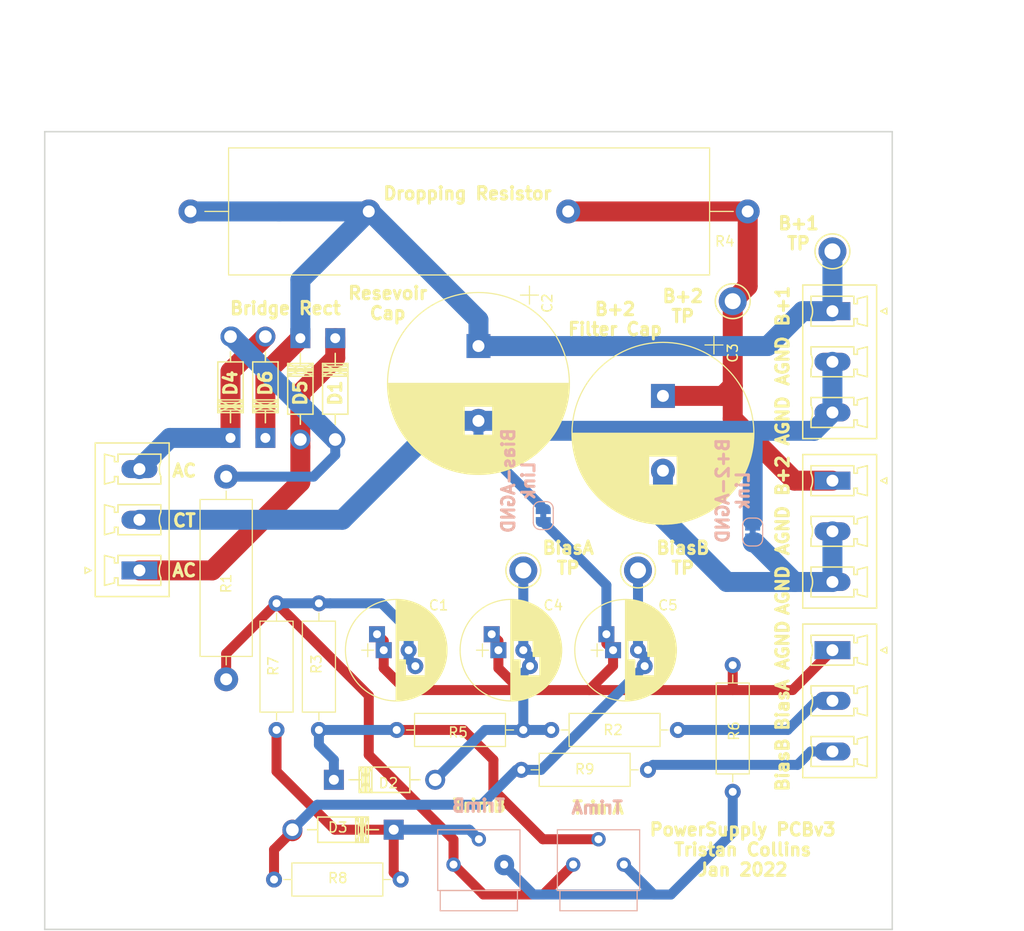
<source format=kicad_pcb>
(kicad_pcb (version 20211014) (generator pcbnew)
  (layers (0 "F.Cu" signal) (31 "B.Cu" signal) (34 "B.Paste" user) (35 "F.Paste" user) (36 "B.SilkS" user "B.Silkscreen") (37 "F.SilkS" user "F.Silkscreen") (38 "B.Mask" user) (39 "F.Mask" user) (44 "Edge.Cuts" user))
  (net 0 "")
  (net 1 "Net-(C1-Pad2)")
  (net 2 "BiasA")
  (net 3 "BiasB")
  (net 4 "Net-(D1-Pad2)")
  (net 5 "Net-(D2-Pad1)")
  (net 6 "Net-(D3-Pad1)")
  (net 7 "Net-(R6-Pad2)")
  (net 8 "Net-(D1-Pad1)")
  (net 9 "/B+1")
  (net 10 "/B+2")
  (net 11 "Net-(C3-Pad2)")
  (net 12 "Net-(C1-Pad1)")
  (net 13 "Net-(C2-Pad2)")
  (net 14 "Net-(D4-Pad1)")
  (net 15 "Net-(C4-Pad2)")
  (net 16 "Net-(C5-Pad2)")
  (footprint "Connectors_Phoenix:PhoenixContact_MCV-G_03x5.08mm_Vertical" (layer "F.Cu") (at 129 53 -90)
    (fp_text reference "J2" hide)
    (fp_text value "Screw_Terminal_1x03")
    (pad "1" thru_hole rect locked (at 0 0 270) (size 1.8 3.6) (drill 1.2) (layers *.Cu *.Mask) (net 9 "/B+1"))
    (pad "2" thru_hole oval locked (at 5.08 0 270) (size 1.8 3.6) (drill 1.2) (layers *.Cu *.Mask) (net 13 "Net-(C2-Pad2)"))
    (pad "3" thru_hole oval locked (at 10.16 0 270) (size 1.8 3.6) (drill 1.2) (layers *.Cu *.Mask) (net 13 "Net-(C2-Pad2)"))
  )
  (footprint "Connectors_Phoenix:PhoenixContact_MCV-G_03x5.08mm_Vertical" (layer "F.Cu") (at 129 70 -90)
    (fp_text reference "J5" hide)
    (fp_text value "Screw_Terminal_1x03")
    (pad "1" thru_hole rect locked (at 0 0 270) (size 1.8 3.6) (drill 1.2) (layers *.Cu *.Mask) (net 10 "/B+2"))
    (pad "2" thru_hole oval locked (at 5.08 0 270) (size 1.8 3.6) (drill 1.2) (layers *.Cu *.Mask) (net 11 "Net-(C3-Pad2)"))
    (pad "3" thru_hole oval locked (at 10.16 0 270) (size 1.8 3.6) (drill 1.2) (layers *.Cu *.Mask) (net 11 "Net-(C3-Pad2)"))
  )
  (footprint "Connectors_Phoenix:PhoenixContact_MCV-G_03x5.08mm_Vertical" (layer "F.Cu") (at 129 87 -90)
    (fp_text reference "J3" hide)
    (fp_text value "Screw_Terminal_1x03")
    (pad "1" thru_hole rect locked (at 0 0 270) (size 1.8 3.6) (drill 1.2) (layers *.Cu *.Mask) (net 12 "Net-(C1-Pad1)"))
    (pad "2" thru_hole oval locked (at 5.08 0 270) (size 1.8 3.6) (drill 1.2) (layers *.Cu *.Mask) (net 2 "BiasA"))
    (pad "3" thru_hole oval locked (at 10.16 0 270) (size 1.8 3.6) (drill 1.2) (layers *.Cu *.Mask) (net 3 "BiasB"))
  )
  (footprint "Mounting_Holes:MountingHole_3.2mm_M3" (layer "F.Cu") (at 130 40)
    (fp_text reference "REF**" hide)
    (fp_text value "MountingHole_3.2mm_M3")
    (pad "" np_thru_hole circle locked (at 0 0) (size 3.2 3.2) (drill 3.2) (layers *.Cu *.Mask))
  )
  (footprint "Mounting_Holes:MountingHole_3.2mm_M3" (layer "F.Cu") (at 130 110)
    (fp_text reference "REF**" hide)
    (fp_text value "MountingHole_3.2mm_M3")
    (pad "" np_thru_hole circle locked (at 0 0) (size 3.2 3.2) (drill 3.2) (layers *.Cu *.Mask))
  )
  (footprint "Mounting_Holes:MountingHole_3.2mm_M3" (layer "F.Cu") (at 55 110)
    (fp_text reference "REF**" hide)
    (fp_text value "MountingHole_3.2mm_M3")
    (pad "" np_thru_hole circle locked (at 0 0) (size 3.2 3.2) (drill 3.2) (layers *.Cu *.Mask))
  )
  (footprint "Diodes_THT:Diode_DO-41_SOD81_Horizontal_RM10" (layer "F.Cu") (at 79.13552 55.71248 -90)
    (fp_text reference "D1" hide)
    (fp_text value "D")
    (pad "1" thru_hole rect locked (at 0 -0.00254 90) (size 1.99898 1.99898) (drill 1.00076) (layers *.Cu *.Mask) (net 8 "Net-(D1-Pad1)"))
    (pad "2" thru_hole circle locked (at 10.16 -0.00254 90) (size 1.99898 1.99898) (drill 1.27) (layers *.Cu *.Mask) (net 4 "Net-(D1-Pad2)"))
  )
  (footprint "Diodes_THT:Diode_DO-41_SOD81_Horizontal_RM10" (layer "F.Cu") (at 68.63552 65.71248 90)
    (fp_text reference "D4" hide)
    (fp_text value "D")
    (pad "1" thru_hole rect locked (at 0 -0.00254 270) (size 1.99898 1.99898) (drill 1.00076) (layers *.Cu *.Mask) (net 14 "Net-(D4-Pad1)"))
    (pad "2" thru_hole circle locked (at 10.16 -0.00254 270) (size 1.99898 1.99898) (drill 1.27) (layers *.Cu *.Mask) (net 4 "Net-(D1-Pad2)"))
  )
  (footprint "Diodes_THT:Diode_DO-41_SOD81_Horizontal_RM10" (layer "F.Cu") (at 75.63552 55.71248 -90)
    (fp_text reference "D5" hide)
    (fp_text value "D")
    (pad "1" thru_hole rect locked (at 0 -0.00254 90) (size 1.99898 1.99898) (drill 1.00076) (layers *.Cu *.Mask) (net 9 "/B+1"))
    (pad "2" thru_hole circle locked (at 10.16 -0.00254 90) (size 1.99898 1.99898) (drill 1.27) (layers *.Cu *.Mask) (net 8 "Net-(D1-Pad1)"))
  )
  (footprint "Diodes_THT:Diode_DO-41_SOD81_Horizontal_RM10" (layer "F.Cu") (at 72.13552 65.71248 90)
    (fp_text reference "D6" hide)
    (fp_text value "D")
    (pad "1" thru_hole rect locked (at 0 -0.00254 270) (size 1.99898 1.99898) (drill 1.00076) (layers *.Cu *.Mask) (net 9 "/B+1"))
    (pad "2" thru_hole circle locked (at 10.16 -0.00254 270) (size 1.99898 1.99898) (drill 1.27) (layers *.Cu *.Mask) (net 14 "Net-(D4-Pad1)"))
  )
  (footprint "Measurement_Points:Test_Point_Keystone_5005-5009_Compact" (layer "F.Cu") (at 129 47)
    (fp_text reference "TP1" hide)
    (fp_text value "TP")
    (pad "1" thru_hole circle locked (at 0 0) (size 2.8 2.8) (drill 1.6) (layers *.Cu *.Mask) (net 9 "/B+1"))
  )
  (footprint "Measurement_Points:Test_Point_Keystone_5005-5009_Compact" (layer "F.Cu") (at 119 52)
    (fp_text reference "TP2" hide)
    (fp_text value "TP")
    (pad "1" thru_hole circle locked (at 0 0) (size 2.8 2.8) (drill 1.6) (layers *.Cu *.Mask) (net 10 "/B+2"))
  )
  (footprint "Capacitor_THT:CP_Radial_D18.0mm_P7.50mm" (layer "F.Cu") (at 93.5 56.5 -90)
    (fp_text reference "C2" (at -4.3 -6.9 90) (layer "F.SilkS"))
    (fp_text value "CP")
    (pad "1" thru_hole rect locked (at 0 0 270) (size 2.4 2.4) (drill 1.2) (layers *.Cu *.Mask) (net 9 "/B+1"))
    (pad "2" thru_hole circle locked (at 7.5 0 270) (size 2.4 2.4) (drill 1.2) (layers *.Cu *.Mask) (net 13 "Net-(C2-Pad2)"))
  )
  (footprint "Capacitor_THT:CP_Radial_D18.0mm_P7.50mm" (layer "F.Cu") (at 112 61.5 -90)
    (fp_text reference "C3" (at -4.3 -7 90) (layer "F.SilkS"))
    (fp_text value "CP")
    (pad "1" thru_hole rect locked (at 0 0 270) (size 2.4 2.4) (drill 1.2) (layers *.Cu *.Mask) (net 10 "/B+2"))
    (pad "2" thru_hole circle locked (at 7.5 0 270) (size 2.4 2.4) (drill 1.2) (layers *.Cu *.Mask) (net 11 "Net-(C3-Pad2)"))
  )
  (footprint "Resistor_THT:R_Axial_Power_L48.0mm_W12.5mm_P55.88mm" (layer "F.Cu") (at 120.5 43 180)
    (fp_text reference "R4" (at 2.3 -3 180) (layer "F.SilkS"))
    (fp_text value "R")
    (pad "1" thru_hole circle locked (at 18 0 180) (size 2.4 2.4) (drill 1.2) (layers *.Cu *.Mask) (net 10 "/B+2"))
    (pad "1" thru_hole circle locked (at 0 0 180) (size 2.4 2.4) (drill 1.2) (layers *.Cu *.Mask) (net 10 "/B+2"))
    (pad "2" thru_hole oval locked (at 55.88 0 180) (size 2.4 2.4) (drill 1.2) (layers *.Cu *.Mask) (net 9 "/B+1"))
    (pad "2" thru_hole oval locked (at 38 0 180) (size 2.4 2.4) (drill 1.2) (layers *.Cu *.Mask) (net 9 "/B+1"))
  )
  (footprint "Connectors_Phoenix:PhoenixContact_MCV-G_03x5.08mm_Vertical" (layer "F.Cu") (at 59.5 79 90)
    (fp_text reference "J1" hide)
    (fp_text value "Screw_Terminal_1x03")
    (pad "1" thru_hole rect locked (at 0 0 90) (size 1.8 3.6) (drill 1.2) (layers *.Cu *.Mask) (net 8 "Net-(D1-Pad1)"))
    (pad "2" thru_hole oval locked (at 5.08 0 90) (size 1.8 3.6) (drill 1.2) (layers *.Cu *.Mask) (net 13 "Net-(C2-Pad2)"))
    (pad "3" thru_hole oval locked (at 10.16 0 90) (size 1.8 3.6) (drill 1.2) (layers *.Cu *.Mask) (net 14 "Net-(D4-Pad1)"))
  )
  (footprint "Capacitors_THT:CP_Radial_D10.0mm_P2.50mm_P5.00mm" (layer "F.Cu") (at 107 87)
    (fp_text reference "C5" (at 5.5 -4.5) (layer "F.SilkS"))
    (fp_text value "CP")
    (pad "1" thru_hole rect locked (at -0.670937 -1.6) (size 1.6 1.6) (drill 0.8) (layers *.Cu *.Mask) (net 12 "Net-(C1-Pad1)"))
    (pad "1" thru_hole rect locked (at 0 0) (size 1.6 1.6) (drill 0.8) (layers *.Cu *.Mask) (net 12 "Net-(C1-Pad1)"))
    (pad "2" thru_hole circle locked (at 2.5 0) (size 1.6 1.6) (drill 0.8) (layers *.Cu *.Mask) (net 16 "Net-(C5-Pad2)"))
    (pad "2" thru_hole circle locked (at 3.170937 1.6) (size 1.6 1.6) (drill 0.8) (layers *.Cu *.Mask) (net 16 "Net-(C5-Pad2)"))
  )
  (footprint "Capacitors_THT:CP_Radial_D10.0mm_P2.50mm_P5.00mm" (layer "F.Cu") (at 95.5 87)
    (fp_text reference "C4" (at 5.5 -4.5) (layer "F.SilkS"))
    (fp_text value "CP")
    (pad "1" thru_hole rect locked (at 0 0) (size 1.6 1.6) (drill 0.8) (layers *.Cu *.Mask) (net 12 "Net-(C1-Pad1)"))
    (pad "1" thru_hole rect locked (at -0.670937 -1.6) (size 1.6 1.6) (drill 0.8) (layers *.Cu *.Mask) (net 12 "Net-(C1-Pad1)"))
    (pad "2" thru_hole circle locked (at 3.170937 1.6) (size 1.6 1.6) (drill 0.8) (layers *.Cu *.Mask) (net 15 "Net-(C4-Pad2)"))
    (pad "2" thru_hole circle locked (at 2.5 0) (size 1.6 1.6) (drill 0.8) (layers *.Cu *.Mask) (net 15 "Net-(C4-Pad2)"))
  )
  (footprint "Capacitors_THT:CP_Radial_D10.0mm_P2.50mm_P5.00mm" (layer "F.Cu") (at 84 87)
    (fp_text reference "C1" (at 5.5 -4.5) (layer "F.SilkS"))
    (fp_text value "CP")
    (pad "1" thru_hole rect locked (at -0.670937 -1.6) (size 1.6 1.6) (drill 0.8) (layers *.Cu *.Mask) (net 12 "Net-(C1-Pad1)"))
    (pad "1" thru_hole rect locked (at 0 0) (size 1.6 1.6) (drill 0.8) (layers *.Cu *.Mask) (net 12 "Net-(C1-Pad1)"))
    (pad "2" thru_hole circle locked (at 3.170937 1.6) (size 1.6 1.6) (drill 0.8) (layers *.Cu *.Mask) (net 1 "Net-(C1-Pad2)"))
    (pad "2" thru_hole circle locked (at 2.5 0) (size 1.6 1.6) (drill 0.8) (layers *.Cu *.Mask) (net 1 "Net-(C1-Pad2)"))
  )
  (footprint "Resistor_THT:R_Axial_DIN0516_L15.5mm_D5.0mm_P20.32mm_Horizontal" (layer "F.Cu") (at 68.2 89.916 90)
    (fp_text reference "R1" (at 9.6 0 90) (layer "F.SilkS"))
    (fp_text value "R")
    (pad "1" thru_hole circle locked (at 0 0 90) (size 2.4 2.4) (drill 1.2) (layers *.Cu *.Mask) (net 1 "Net-(C1-Pad2)"))
    (pad "2" thru_hole oval locked (at 20.32 0 90) (size 2.4 2.4) (drill 1.2) (layers *.Cu *.Mask) (net 4 "Net-(D1-Pad2)"))
  )
  (footprint "Resistors_THT:R_Axial_DIN0309_L9.0mm_D3.2mm_P12.70mm_Horizontal" (layer "F.Cu") (at 98 95 180)
    (fp_text reference "R5" (at 6.545 -0.25 180) (layer "F.SilkS"))
    (fp_text value "R")
    (pad "1" thru_hole circle locked (at 0 0 180) (size 1.6 1.6) (drill 0.8) (layers *.Cu *.Mask) (net 15 "Net-(C4-Pad2)"))
    (pad "2" thru_hole oval locked (at 12.7 0 180) (size 1.6 1.6) (drill 0.8) (layers *.Cu *.Mask) (net 5 "Net-(D2-Pad1)"))
  )
  (footprint "Diodes_THT:Diode_DO-41_SOD81_Horizontal_RM10" (layer "F.Cu") (at 85 105 180)
    (fp_text reference "D3" (at 5.61 0.225 180) (layer "F.SilkS"))
    (fp_text value "D")
    (pad "1" thru_hole rect locked (at 0 -0.00254) (size 1.99898 1.99898) (drill 1.00076) (layers *.Cu *.Mask) (net 6 "Net-(D3-Pad1)"))
    (pad "2" thru_hole circle locked (at 10.16 -0.00254) (size 1.99898 1.99898) (drill 1.27) (layers *.Cu *.Mask) (net 16 "Net-(C5-Pad2)"))
  )
  (footprint "Diodes_THT:Diode_DO-41_SOD81_Horizontal_RM10" (layer "F.Cu") (at 79 100)
    (fp_text reference "D2" (at 5.47 0.33) (layer "F.SilkS"))
    (fp_text value "D")
    (pad "1" thru_hole rect locked (at 0 -0.00254 180) (size 1.99898 1.99898) (drill 1.00076) (layers *.Cu *.Mask) (net 5 "Net-(D2-Pad1)"))
    (pad "2" thru_hole circle locked (at 10.16 -0.00254 180) (size 1.99898 1.99898) (drill 1.27) (layers *.Cu *.Mask) (net 15 "Net-(C4-Pad2)"))
  )
  (footprint "Resistors_THT:R_Axial_DIN0309_L9.0mm_D3.2mm_P12.70mm_Horizontal" (layer "F.Cu") (at 77.5 95 90)
    (fp_text reference "R3" (at 6.595 -0.25 270) (layer "F.SilkS"))
    (fp_text value "R")
    (pad "1" thru_hole circle locked (at 0 0 90) (size 1.6 1.6) (drill 0.8) (layers *.Cu *.Mask) (net 5 "Net-(D2-Pad1)"))
    (pad "2" thru_hole oval locked (at 12.7 0 90) (size 1.6 1.6) (drill 0.8) (layers *.Cu *.Mask) (net 1 "Net-(C1-Pad2)"))
  )
  (footprint "Resistors_THT:R_Axial_DIN0309_L9.0mm_D3.2mm_P12.70mm_Horizontal" (layer "F.Cu") (at 110.5 99 180)
    (fp_text reference "R9" (at 6.345 0.075 180) (layer "F.SilkS"))
    (fp_text value "R")
    (pad "1" thru_hole circle locked (at 0 0 180) (size 1.6 1.6) (drill 0.8) (layers *.Cu *.Mask) (net 3 "BiasB"))
    (pad "2" thru_hole oval locked (at 12.7 0 180) (size 1.6 1.6) (drill 0.8) (layers *.Cu *.Mask) (net 16 "Net-(C5-Pad2)"))
  )
  (footprint "Resistors_THT:R_Axial_DIN0309_L9.0mm_D3.2mm_P12.70mm_Horizontal" (layer "F.Cu") (at 113.5 95 180)
    (fp_text reference "R2" (at 6.5 0 180) (layer "F.SilkS"))
    (fp_text value "R")
    (pad "1" thru_hole circle locked (at 0 0 180) (size 1.6 1.6) (drill 0.8) (layers *.Cu *.Mask) (net 2 "BiasA"))
    (pad "2" thru_hole oval locked (at 12.7 0 180) (size 1.6 1.6) (drill 0.8) (layers *.Cu *.Mask) (net 15 "Net-(C4-Pad2)"))
  )
  (footprint "Measurement_Points:Test_Point_Keystone_5005-5009_Compact" (layer "F.Cu") (at 109.5 79)
    (fp_text reference "TP4" hide)
    (fp_text value "TP")
    (pad "1" thru_hole circle locked (at 0 0) (size 2.8 2.8) (drill 1.6) (layers *.Cu *.Mask) (net 16 "Net-(C5-Pad2)"))
  )
  (footprint "Measurement_Points:Test_Point_Keystone_5005-5009_Compact" (layer "F.Cu") (at 98 79)
    (fp_text reference "TP3" hide)
    (fp_text value "TP")
    (pad "1" thru_hole circle locked (at 0 0) (size 2.8 2.8) (drill 1.6) (layers *.Cu *.Mask) (net 15 "Net-(C4-Pad2)"))
  )
  (footprint "Resistors_THT:R_Axial_DIN0309_L9.0mm_D3.2mm_P12.70mm_Horizontal" (layer "F.Cu") (at 73 110)
    (fp_text reference "R8" (at 6.39 -0.145) (layer "F.SilkS"))
    (fp_text value "R")
    (pad "1" thru_hole circle locked (at 0 0) (size 1.6 1.6) (drill 0.8) (layers *.Cu *.Mask) (net 16 "Net-(C5-Pad2)"))
    (pad "2" thru_hole oval locked (at 12.7 0) (size 1.6 1.6) (drill 0.8) (layers *.Cu *.Mask) (net 6 "Net-(D3-Pad1)"))
  )
  (footprint "Resistors_THT:R_Axial_DIN0309_L9.0mm_D3.2mm_P12.70mm_Horizontal" (layer "F.Cu") (at 73.25 95 90)
    (fp_text reference "R7" (at 6.405 -0.33 270) (layer "F.SilkS"))
    (fp_text value "R")
    (pad "1" thru_hole circle locked (at 0 0 90) (size 1.6 1.6) (drill 0.8) (layers *.Cu *.Mask) (net 6 "Net-(D3-Pad1)"))
    (pad "2" thru_hole oval locked (at 12.7 0 90) (size 1.6 1.6) (drill 0.8) (layers *.Cu *.Mask) (net 1 "Net-(C1-Pad2)"))
  )
  (footprint "Resistors_THT:R_Axial_DIN0309_L9.0mm_D3.2mm_P12.70mm_Horizontal" (layer "F.Cu") (at 119 88.5 -90)
    (fp_text reference "R6" (at 6.605 -0.125 -90) (layer "F.SilkS"))
    (fp_text value "R")
    (pad "1" thru_hole circle locked (at 0 0 270) (size 1.6 1.6) (drill 0.8) (layers *.Cu *.Mask) (net 12 "Net-(C1-Pad1)"))
    (pad "2" thru_hole oval locked (at 12.7 0 270) (size 1.6 1.6) (drill 0.8) (layers *.Cu *.Mask) (net 7 "Net-(R6-Pad2)"))
  )
  (footprint "Mounting_Holes:MountingHole_3.2mm_M3" (layer "F.Cu") (at 55 40)
    (fp_text reference "REF**" hide)
    (fp_text value "MountingHole_3.2mm_M3")
    (pad "" np_thru_hole circle locked (at 0 0) (size 3.2 3.2) (drill 3.2) (layers *.Cu *.Mask))
  )
  (footprint "Jumper:SolderJumper-2_P1.3mm_Bridged_RoundedPad1.0x1.5mm" (layer "B.Cu") (at 121 75.15 -90)
    (fp_text reference "JP1" hide)
    (fp_text value "Jumper_2_Bridged")
    (fp_poly (pts (xy 0.25 0.3) (xy -0.25 0.3) (xy -0.25 -0.3) (xy 0.25 -0.3)) (layer "B.Cu") (width 0) (fill solid))
    (pad "1" smd custom locked (at -0.65 0 270) (size 1 0.5) (layers "B.Cu" "B.Mask") (net 13 "Net-(C2-Pad2)") (options (clearance outline) (anchor rect)) (primitives (gr_circle (center 0 -0.25) (end 0.5 -0.25) (width 0) (fill yes)) (gr_circle (center 0 0.25) (end 0.5 0.25) (width 0) (fill yes)) (gr_poly (pts (xy 0.5 0.75) (xy 0 0.75) (xy 0 -0.75) (xy 0.5 -0.75)) (width 0) (fill yes))))
    (pad "2" smd custom locked (at 0.65 0 270) (size 1 0.5) (layers "B.Cu" "B.Mask") (net 11 "Net-(C3-Pad2)") (options (clearance outline) (anchor rect)) (primitives (gr_circle (center 0 -0.25) (end 0.5 -0.25) (width 0) (fill yes)) (gr_circle (center 0 0.25) (end 0.5 0.25) (width 0) (fill yes)) (gr_poly (pts (xy 0 0.75) (xy -0.5 0.75) (xy -0.5 -0.75) (xy 0 -0.75)) (width 0) (fill yes))))
  )
  (footprint "Jumper:SolderJumper-2_P1.3mm_Bridged_RoundedPad1.0x1.5mm" (layer "B.Cu") (at 100 73.5 -90)
    (fp_text reference "JP2" hide)
    (fp_text value "Jumper_2_Bridged")
    (fp_poly (pts (xy 0.25 0.3) (xy -0.25 0.3) (xy -0.25 -0.3) (xy 0.25 -0.3)) (layer "B.Cu") (width 0) (fill solid))
    (pad "1" smd custom locked (at -0.65 0 270) (size 1 0.5) (layers "B.Cu" "B.Mask") (net 13 "Net-(C2-Pad2)") (options (clearance outline) (anchor rect)) (primitives (gr_circle (center 0 -0.25) (end 0.5 -0.25) (width 0) (fill yes)) (gr_circle (center 0 0.25) (end 0.5 0.25) (width 0) (fill yes)) (gr_poly (pts (xy 0.5 0.75) (xy 0 0.75) (xy 0 -0.75) (xy 0.5 -0.75)) (width 0) (fill yes))))
    (pad "2" smd custom locked (at 0.65 0 270) (size 1 0.5) (layers "B.Cu" "B.Mask") (net 12 "Net-(C1-Pad1)") (options (clearance outline) (anchor rect)) (primitives (gr_circle (center 0 -0.25) (end 0.5 -0.25) (width 0) (fill yes)) (gr_circle (center 0 0.25) (end 0.5 0.25) (width 0) (fill yes)) (gr_poly (pts (xy 0 0.75) (xy -0.5 0.75) (xy -0.5 -0.75) (xy 0 -0.75)) (width 0) (fill yes))))
  )
  (footprint "Potentiometers:Potentiometer_Trimmer_Bourns_3339S_Vertical" (layer "B.Cu") (at 91 108.5 -90)
    (fp_text reference "RV2" hide)
    (fp_text value "POT_TRIM")
    (pad "1" thru_hole circle locked (at 0 0 270) (size 1.44 1.44) (drill 0.8) (layers *.Cu *.Mask) (net 1 "Net-(C1-Pad2)"))
    (pad "2" thru_hole circle locked (at -2.54 -2.54 270) (size 1.44 1.44) (drill 0.8) (layers *.Cu *.Mask) (net 6 "Net-(D3-Pad1)"))
    (pad "3" thru_hole circle locked (at 0 -5.08 270) (size 1.44 1.44) (drill 0.8) (layers *.Cu *.Mask) (net 7 "Net-(R6-Pad2)"))
  )
  (footprint "Potentiometers:Potentiometer_Trimmer_Bourns_3339S_Vertical" (layer "B.Cu") (at 103 108.5 -90)
    (fp_text reference "RV1" hide)
    (fp_text value "POT_TRIM")
    (pad "1" thru_hole circle locked (at 0 0 270) (size 1.44 1.44) (drill 0.8) (layers *.Cu *.Mask) (net 1 "Net-(C1-Pad2)"))
    (pad "2" thru_hole circle locked (at -2.54 -2.54 270) (size 1.44 1.44) (drill 0.8) (layers *.Cu *.Mask) (net 5 "Net-(D2-Pad1)"))
    (pad "3" thru_hole circle locked (at 0 -5.08 270) (size 1.44 1.44) (drill 0.8) (layers *.Cu *.Mask) (net 7 "Net-(R6-Pad2)"))
  )
  (gr_line (start 50 115) (end 135 115) (layer "Edge.Cuts") (width 0.15))
  (gr_line (start 135 35) (end 135 115) (layer "Edge.Cuts") (width 0.15))
  (gr_line (start 50 35) (end 135 35) (layer "Edge.Cuts") (width 0.15))
  (gr_line (start 50 115) (end 50 35) (layer "Edge.Cuts") (width 0.15))
  (gr_text "Bias-AGND\nLink" (at 97.5 70 90) (layer "B.SilkS") (effects (font (size 1.25 1.25) (thickness 0.3)) (justify mirror)))
  (gr_text "B+2-AGND\nLink" (at 119 71 90) (layer "B.SilkS") (effects (font (size 1.25 1.25) (thickness 0.3)) (justify mirror)))
  (gr_text "TrimB" (at 93.5 102.6) (layer "B.SilkS") (effects (font (size 1.25 1.25) (thickness 0.3)) (justify mirror)))
  (gr_text "TrimA" (at 105.4 102.8) (layer "B.SilkS") (effects (font (size 1.25 1.25) (thickness 0.3)) (justify mirror)))
  (gr_text "AGND" (at 124 75 90) (layer "F.SilkS") (effects (font (size 1.25 1.25) (thickness 0.3))))
  (gr_text "CT" (at 64 74) (layer "F.SilkS") (effects (font (size 1.25 1.25) (thickness 0.3))))
  (gr_text "AC" (at 64 79) (layer "F.SilkS") (effects (font (size 1.25 1.25) (thickness 0.3))))
  (gr_text "TrimB" (at 93.6 102.6) (layer "F.SilkS") (effects (font (size 1.25 1.25) (thickness 0.3))))
  (gr_text "TrimA" (at 105.5 102.8) (layer "F.SilkS") (effects (font (size 1.25 1.25) (thickness 0.3))))
  (gr_text "BiasB\nTP" (at 114 77.75) (layer "F.SilkS") (effects (font (size 1.25 1.25) (thickness 0.3))))
  (gr_text "BiasA\nTP" (at 102.5 77.75) (layer "F.SilkS") (effects (font (size 1.25 1.25) (thickness 0.3))))
  (gr_text "PowerSupply PCBv3\nTristan Collins\nJan 2022" (at 120 107) (layer "F.SilkS") (effects (font (size 1.25 1.25) (thickness 0.3))))
  (gr_text "B+2\nFilter Cap" (at 107.2 53.8) (layer "F.SilkS") (effects (font (size 1.25 1.25) (thickness 0.3))))
  (gr_text "Resevoir\nCap" (at 84.4 52.2) (layer "F.SilkS") (effects (font (size 1.25 1.25) (thickness 0.3))))
  (gr_text "B+1\nTP" (at 125.6 45.2) (layer "F.SilkS") (effects (font (size 1.25 1.25) (thickness 0.3))))
  (gr_text "AGND" (at 124 86.5 90) (layer "F.SilkS") (effects (font (size 1.25 1.25) (thickness 0.3))))
  (gr_text "D1" (at 79.13552 61.21248 90) (layer "F.SilkS") (effects (font (size 1.25 1.25) (thickness 0.3))))
  (gr_text "D6" (at 72.13552 60.21248 90) (layer "F.SilkS") (effects (font (size 1.25 1.25) (thickness 0.3))))
  (gr_text "AGND" (at 124 58 90) (layer "F.SilkS") (effects (font (size 1.25 1.25) (thickness 0.3))))
  (gr_text "D4" (at 68.63552 60.21248 90) (layer "F.SilkS") (effects (font (size 1.25 1.25) (thickness 0.3))))
  (gr_text "B+1" (at 124 52.5 90) (layer "F.SilkS") (effects (font (size 1.25 1.25) (thickness 0.3))))
  (gr_text "BiasB" (at 124 98.5 90) (layer "F.SilkS") (effects (font (size 1.25 1.25) (thickness 0.3))))
  (gr_text "AGND" (at 124 81 90) (layer "F.SilkS") (effects (font (size 1.25 1.25) (thickness 0.3))))
  (gr_text "B+2\nTP" (at 114 52.5) (layer "F.SilkS") (effects (font (size 1.25 1.25) (thickness 0.3))))
  (gr_text "AC" (at 64 69) (layer "F.SilkS") (effects (font (size 1.25 1.25) (thickness 0.3))))
  (gr_text "Bridge Rect" (at 74.13552 52.71248) (layer "F.SilkS") (effects (font (size 1.25 1.25) (thickness 0.3))))
  (gr_text "AGND" (at 124 64 90) (layer "F.SilkS") (effects (font (size 1.25 1.25) (thickness 0.3))))
  (gr_text "BiasA" (at 124 92.5 90) (layer "F.SilkS") (effects (font (size 1.25 1.25) (thickness 0.3))))
  (gr_text "Dropping Resistor" (at 92.4 41.2) (layer "F.SilkS") (effects (font (size 1.25 1.25) (thickness 0.3))))
  (gr_text "B+2" (at 124 69.5 90) (layer "F.SilkS") (effects (font (size 1.25 1.25) (thickness 0.3))))
  (gr_text "D5" (at 75.63552 61.21248 90) (layer "F.SilkS") (effects (font (size 1.25 1.25) (thickness 0.3))))
  (segment (start 100 111.5) (end 103 108.5) (width 1) (layer "F.Cu") (net 1))
  (segment (start 91 108.5) (end 94 111.5) (width 1) (layer "F.Cu") (net 1))
  (segment (start 94 111.5) (end 100 111.5) (width 1) (layer "F.Cu") (net 1))
  (segment (start 82.5 97.5) (end 91 106) (width 1) (layer "F.Cu") (net 1))
  (segment (start 73.25 82.3) (end 82.5 91.55) (width 1) (layer "F.Cu") (net 1))
  (segment (start 68.2 89.916) (end 68.2 87.35) (width 1) (layer "F.Cu") (net 1))
  (segment (start 68.2 87.35) (end 73.25 82.3) (width 1) (layer "F.Cu") (net 1))
  (segment (start 82.5 91.55) (end 82.5 97.5) (width 1) (layer "F.Cu") (net 1))
  (segment (start 91 106) (end 91 108.5) (width 1) (layer "F.Cu") (net 1))
  (segment (start 86.5 87.929063) (end 87.170937 88.6) (width 1) (layer "B.Cu") (net 1))
  (segment (start 86.5 87) (end 86.5 87.929063) (width 1) (layer "B.Cu") (net 1))
  (segment (start 86.5 87) (end 86.5 85) (width 1) (layer "B.Cu") (net 1))
  (segment (start 77.5 82.3) (end 73.25 82.3) (width 1) (layer "B.Cu") (net 1))
  (segment (start 86.5 85) (end 83.8 82.3) (width 1) (layer "B.Cu") (net 1))
  (segment (start 78.63137 82.3) (end 77.5 82.3) (width 1) (layer "B.Cu") (net 1))
  (segment (start 83.8 82.3) (end 78.63137 82.3) (width 1) (layer "B.Cu") (net 1))
  (segment (start 113.5 95) (end 124.5 95) (width 1) (layer "B.Cu") (net 2))
  (segment (start 124.5 95) (end 127.42 92.08) (width 1) (layer "B.Cu") (net 2))
  (segment (start 127.42 92.08) (end 129 92.08) (width 1) (layer "B.Cu") (net 2))
  (segment (start 126.84 97.16) (end 129 97.16) (width 1) (layer "B.Cu") (net 3))
  (segment (start 110.5 99) (end 111 98.5) (width 1) (layer "B.Cu") (net 3))
  (segment (start 125.5 98.5) (end 126.84 97.16) (width 1) (layer "B.Cu") (net 3))
  (segment (start 111 98.5) (end 125.5 98.5) (width 1) (layer "B.Cu") (net 3))
  (segment (start 79.12152 65.87248) (end 79.13806 65.87248) (width 2) (layer "B.Cu") (net 4))
  (segment (start 68.63298 55.55248) (end 68.76048 55.55248) (width 2) (layer "B.Cu") (net 4))
  (segment (start 75.46152 62.21248) (end 79.12152 65.87248) (width 2) (layer "B.Cu") (net 4))
  (segment (start 79.13806 65.87248) (end 79.13806 67.41994) (width 1) (layer "B.Cu") (net 4))
  (segment (start 75.42048 62.21248) (end 75.46152 62.21248) (width 2) (layer "B.Cu") (net 4))
  (segment (start 68.76048 55.55248) (end 75.42048 62.21248) (width 2) (layer "B.Cu") (net 4))
  (segment (start 79.13806 67.41994) (end 76.962 69.596) (width 1) (layer "B.Cu") (net 4))
  (segment (start 79.13806 65.87248) (end 79.41552 65.87248) (width 1) (layer "B.Cu") (net 4))
  (segment (start 76.962 69.596) (end 68.2 69.596) (width 1) (layer "B.Cu") (net 4))
  (segment (start 92 95) (end 95 98) (width 1) (layer "F.Cu") (net 5))
  (segment (start 95 98) (end 95 101) (width 1) (layer "F.Cu") (net 5))
  (segment (start 95 101) (end 99.96 105.96) (width 1) (layer "F.Cu") (net 5))
  (segment (start 99.96 105.96) (end 105.54 105.96) (width 1) (layer "F.Cu") (net 5))
  (segment (start 85.3 95) (end 92 95) (width 1) (layer "F.Cu") (net 5))
  (segment (start 82 95) (end 85.3 95) (width 1) (layer "B.Cu") (net 5))
  (segment (start 79 98) (end 77.5 96.5) (width 1) (layer "B.Cu") (net 5))
  (segment (start 79 99.99746) (end 79 98) (width 1) (layer "B.Cu") (net 5))
  (segment (start 77.5 96.5) (end 77.5 95) (width 1) (layer "B.Cu") (net 5))
  (segment (start 77.5 95) (end 82 95) (width 1) (layer "B.Cu") (net 5))
  (segment (start 85 109.3) (end 85.7 110) (width 1) (layer "F.Cu") (net 6))
  (segment (start 85 105.00254) (end 85 109.3) (width 1) (layer "F.Cu") (net 6))
  (segment (start 73.25 99.158) (end 79.09454 105.00254) (width 1) (layer "F.Cu") (net 6))
  (segment (start 73.25 95) (end 73.25 99.158) (width 1) (layer "F.Cu") (net 6))
  (segment (start 79.09454 105.00254) (end 85 105.00254) (width 1) (layer "F.Cu") (net 6))
  (segment (start 92.58254 105.00254) (end 93.54 105.96) (width 1) (layer "B.Cu") (net 6))
  (segment (start 85 105.00254) (end 92.58254 105.00254) (width 1) (layer "B.Cu") (net 6))
  (segment (start 96.08 108.5) (end 96.08 108.58) (width 2) (layer "B.Cu") (net 7))
  (segment (start 111.086 111.506) (end 108.08 108.5) (width 1) (layer "B.Cu") (net 7))
  (segment (start 112.794 111.506) (end 111.086 111.506) (width 1) (layer "B.Cu") (net 7))
  (segment (start 119 101.2) (end 119 105.3) (width 1) (layer "B.Cu") (net 7))
  (segment (start 99 111.5) (end 96.08 108.58) (width 1) (layer "B.Cu") (net 7))
  (segment (start 119 105.3) (end 112.794 111.506) (width 1) (layer "B.Cu") (net 7))
  (segment (start 110.998 111.5) (end 99 111.5) (width 1) (layer "B.Cu") (net 7))
  (segment (start 75.63806 61.20994) (end 79.13806 57.70994) (width 2) (layer "F.Cu") (net 8))
  (segment (start 79.13806 57.70994) (end 79.13806 55.71248) (width 2) (layer "F.Cu") (net 8))
  (segment (start 66.796 79) (end 75.63806 70.15794) (width 2) (layer "F.Cu") (net 8))
  (segment (start 75.63806 70.15794) (end 75.63806 66.605402) (width 2) (layer "F.Cu") (net 8))
  (segment (start 59.5 79) (end 66.796 79) (width 2) (layer "F.Cu") (net 8))
  (segment (start 75.63806 65.87248) (end 75.63806 61.20994) (width 2) (layer "F.Cu") (net 8))
  (segment (start 75.63806 66.605402) (end 75.63806 65.87248) (width 2) (layer "F.Cu") (net 8))
  (segment (start 72.13298 59.21756) (end 75.63806 55.71248) (width 2) (layer "F.Cu") (net 9))
  (segment (start 72.13298 65.71248) (end 72.13298 59.21756) (width 2) (layer "F.Cu") (net 9))
  (segment (start 82.5 43) (end 82.624 43) (width 2) (layer "B.Cu") (net 9))
  (segment (start 93.5 56.5) (end 122.5 56.5) (width 2) (layer "B.Cu") (net 9))
  (segment (start 75.63806 55.71248) (end 75.63806 49.86194) (width 2) (layer "B.Cu") (net 9))
  (segment (start 82.5 43) (end 73.5 43) (width 2) (layer "B.Cu") (net 9))
  (segment (start 64.62 43) (end 73.5 43) (width 2) (layer "B.Cu") (net 9))
  (segment (start 122.5 56.5) (end 126 53) (width 2) (layer "B.Cu") (net 9))
  (segment (start 82.624 43) (end 93.5 53.876) (width 2) (layer "B.Cu") (net 9))
  (segment (start 75.63806 49.86194) (end 82.5 43) (width 2) (layer "B.Cu") (net 9))
  (segment (start 93.5 53.876) (end 93.5 56.5) (width 2) (layer "B.Cu") (net 9))
  (segment (start 129 53) (end 129 47) (width 2) (layer "B.Cu") (net 9))
  (segment (start 126 53) (end 129 53) (width 2) (layer "B.Cu") (net 9))
  (segment (start 125.2 70) (end 129 70) (width 2) (layer "F.Cu") (net 10))
  (segment (start 119 63.8) (end 125.2 70) (width 2) (layer "F.Cu") (net 10))
  (segment (start 112 61.5) (end 118 61.5) (width 2) (layer "F.Cu") (net 10))
  (segment (start 119 52) (end 119 60.5) (width 2) (layer "F.Cu") (net 10))
  (segment (start 120.5 43) (end 120.5 50.5) (width 2) (layer "F.Cu") (net 10))
  (segment (start 118 61.5) (end 119 60.5) (width 2) (layer "F.Cu") (net 10))
  (segment (start 120.5 50.5) (end 119 52) (width 2) (layer "F.Cu") (net 10))
  (segment (start 119 60.5) (end 119 63.8) (width 2) (layer "F.Cu") (net 10))
  (segment (start 120.5 43) (end 102.5 43) (width 2) (layer "F.Cu") (net 10))
  (segment (start 125.2 80.16) (end 121.24001 76.20001) (width 2) (layer "B.Cu") (net 11))
  (segment (start 121.24001 76.20001) (end 121 76.20001) (width 2) (layer "B.Cu") (net 11))
  (segment (start 112 73.75) (end 118.41 80.16) (width 2) (layer "B.Cu") (net 11))
  (segment (start 118.41 80.16) (end 125.2 80.16) (width 2) (layer "B.Cu") (net 11))
  (segment (start 129 80.16) (end 125.2 80.16) (width 2) (layer "B.Cu") (net 11))
  (segment (start 112 69) (end 112 73.75) (width 2) (layer "B.Cu") (net 11))
  (segment (start 129 80.16) (end 129 75.08) (width 2) (layer "B.Cu") (net 11))
  (segment (start 125 91) (end 129 87) (width 1) (layer "F.Cu") (net 12))
  (segment (start 106.329063 85.4) (end 106.329063 86.329063) (width 1) (layer "F.Cu") (net 12))
  (segment (start 84 87) (end 84 86.070937) (width 1) (layer "F.Cu") (net 12))
  (segment (start 106.329063 86.329063) (end 107 87) (width 1) (layer "F.Cu") (net 12))
  (segment (start 84 86.070937) (end 83.329063 85.4) (width 1) (layer "F.Cu") (net 12))
  (segment (start 97.7 91) (end 86.2 91) (width 1) (layer "F.Cu") (net 12))
  (segment (start 86.2 91) (end 84 88.8) (width 1) (layer "F.Cu") (net 12))
  (segment (start 84 88.8) (end 84 87) (width 1) (layer "F.Cu") (net 12))
  (segment (start 95.5 87) (end 95.5 86.070937) (width 1) (layer "F.Cu") (net 12))
  (segment (start 95.5 86.070937) (end 94.829063 85.4) (width 1) (layer "F.Cu") (net 12))
  (segment (start 97.7 91) (end 95.5 88.8) (width 1) (layer "F.Cu") (net 12))
  (segment (start 104.720002 91) (end 97.7 91) (width 1) (layer "F.Cu") (net 12))
  (segment (start 95.5 88.8) (end 95.5 87) (width 1) (layer "F.Cu") (net 12))
  (segment (start 119 88.5) (end 119 91) (width 1) (layer "F.Cu") (net 12))
  (segment (start 119 91) (end 125 91) (width 1) (layer "F.Cu") (net 12))
  (segment (start 104.58 91) (end 107 88.58) (width 1) (layer "F.Cu") (net 12))
  (segment (start 107 88.58) (end 107 87) (width 1) (layer "F.Cu") (net 12))
  (segment (start 119 91) (end 104.58 91) (width 1) (layer "F.Cu") (net 12))
  (segment (start 100 74.15) (end 106.329063 80.479063) (width 1) (layer "B.Cu") (net 12))
  (segment (start 106.329063 80.479063) (end 106.329063 85.4) (width 1) (layer "B.Cu") (net 12))
  (segment (start 121 65) (end 127.16 65) (width 2) (layer "B.Cu") (net 13))
  (segment (start 89.76848 64) (end 93.5 64) (width 2) (layer "B.Cu") (net 13))
  (segment (start 129 63.16) (end 129 58.08) (width 2) (layer "B.Cu") (net 13))
  (segment (start 93.5 64) (end 97.75 64) (width 2) (layer "B.Cu") (net 13))
  (segment (start 97.75 64) (end 98.75 65) (width 2) (layer "B.Cu") (net 13))
  (segment (start 93.5 64) (end 93.5 66.25) (width 1) (layer "B.Cu") (net 13))
  (segment (start 98.75 65) (end 121 65) (width 2) (layer "B.Cu") (net 13))
  (segment (start 59.5 73.92) (end 79.84848 73.92) (width 2) (layer "B.Cu") (net 13))
  (segment (start 79.84848 73.92) (end 89.76848 64) (width 2) (layer "B.Cu") (net 13))
  (segment (start 121 65) (end 121 74) (width 2) (layer "B.Cu") (net 13))
  (segment (start 93.5 66.25) (end 99.75 72.5) (width 1) (layer "B.Cu") (net 13))
  (segment (start 127.16 65) (end 129 63.16) (width 2) (layer "B.Cu") (net 13))
  (segment (start 68.63298 59.05248) (end 72.13298 55.55248) (width 2) (layer "F.Cu") (net 14))
  (segment (start 68.63298 65.71248) (end 68.63298 59.05248) (width 2) (layer "F.Cu") (net 14))
  (segment (start 59.5 68.77) (end 62.55752 65.71248) (width 2) (layer "B.Cu") (net 14))
  (segment (start 62.55752 65.71248) (end 68.63298 65.71248) (width 2) (layer "B.Cu") (net 14))
  (segment (start 59.5 68.84) (end 59.5 68.77) (width 2) (layer "B.Cu") (net 14))
  (segment (start 98 87) (end 98 79) (width 1) (layer "B.Cu") (net 15))
  (segment (start 98 95) (end 94.15746 95) (width 1) (layer "B.Cu") (net 15))
  (segment (start 98.670937 88.6) (end 98.670937 87.670937) (width 1) (layer "B.Cu") (net 15))
  (segment (start 98 95) (end 98 89.270937) (width 1) (layer "B.Cu") (net 15))
  (segment (start 98.670937 87.670937) (end 98 87) (width 1) (layer "B.Cu") (net 15))
  (segment (start 98 95) (end 100.8 95) (width 1) (layer "B.Cu") (net 15))
  (segment (start 94.15746 95) (end 89.16 99.99746) (width 1) (layer "B.Cu") (net 15))
  (segment (start 98 89.270937) (end 98.670937 88.6) (width 1) (layer "B.Cu") (net 15))
  (segment (start 74.84 105.00254) (end 74.84 105.16) (width 2) (layer "F.Cu") (net 16))
  (segment (start 73 107) (end 73 110) (width 1) (layer "F.Cu") (net 16))
  (segment (start 74.84 105.16) (end 73 107) (width 1) (layer "F.Cu") (net 16))
  (segment (start 109.5 87) (end 109.5 79) (width 1) (layer "B.Cu") (net 16))
  (segment (start 110.170937 88.6) (end 110.170937 87.670937) (width 1) (layer "B.Cu") (net 16))
  (segment (start 109.370938 89.399999) (end 110.170937 88.6) (width 1) (layer "B.Cu") (net 16))
  (segment (start 99.770937 99) (end 109.370938 89.399999) (width 1) (layer "B.Cu") (net 16))
  (segment (start 97.8 99) (end 99.770937 99) (width 1) (layer "B.Cu") (net 16))
  (segment (start 110.170937 87.670937) (end 109.5 87) (width 1) (layer "B.Cu") (net 16))
  (segment (start 97.3 99) (end 97.8 99) (width 1) (layer "B.Cu") (net 16))
  (segment (start 93.8 102.5) (end 97.3 99) (width 1) (layer "B.Cu") (net 16))
  (segment (start 77.34254 102.5) (end 93.8 102.5) (width 1) (layer "B.Cu") (net 16))
  (segment (start 74.84 105.00254) (end 77.34254 102.5) (width 1) (layer "B.Cu") (net 16))
)
</source>
